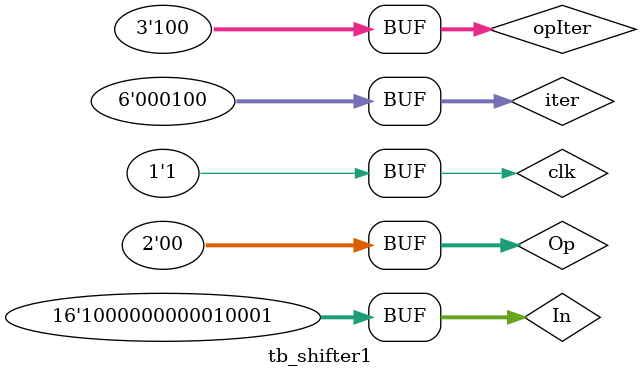
<source format=v>
module tb_shifter1;
	reg [15:0] In;
	wire [15:0] Out;
	reg [1:0] Op;
	reg [5:0] iter;
	reg [2:0] opIter;
	reg clk;

	shifter4 s1(.Out (Out[15:0]), .In (In[15:0]), .Op (Op[1:0]));
	initial begin
		Op = 2'b00;
		In = 16'b1000000000000001;
		clk = 0;
		for(opIter = 0; opIter < 4; opIter = opIter+1) begin
			Op = Op + 1;
			for(iter=0; iter<4; iter=iter+1) begin
				In = In + 1;
				#100 clk = 0;
				#100 clk = 1;
				#100;
			end
		end
	end

	always @(posedge clk) begin
	   $display("In: %b, Op: %d, Out: %b", In, Op, Out);
	end
endmodule

</source>
